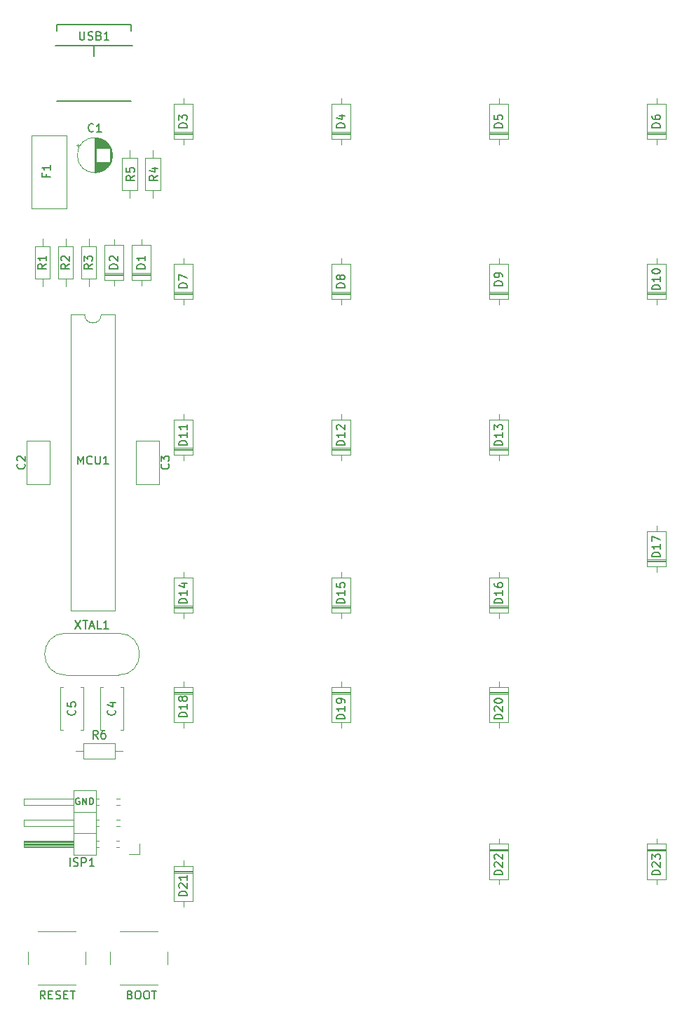
<source format=gto>
G04 #@! TF.GenerationSoftware,KiCad,Pcbnew,5.1.6-c6e7f7d~87~ubuntu18.04.1*
G04 #@! TF.CreationDate,2020-08-05T15:47:38+02:00*
G04 #@! TF.ProjectId,numpad,6e756d70-6164-42e6-9b69-6361645f7063,rev?*
G04 #@! TF.SameCoordinates,Original*
G04 #@! TF.FileFunction,Legend,Top*
G04 #@! TF.FilePolarity,Positive*
%FSLAX46Y46*%
G04 Gerber Fmt 4.6, Leading zero omitted, Abs format (unit mm)*
G04 Created by KiCad (PCBNEW 5.1.6-c6e7f7d~87~ubuntu18.04.1) date 2020-08-05 15:47:38*
%MOMM*%
%LPD*%
G01*
G04 APERTURE LIST*
%ADD10C,0.200000*%
%ADD11C,0.120000*%
%ADD12C,0.150000*%
%ADD13C,3.100000*%
%ADD14O,1.500000X1.500000*%
%ADD15C,1.500000*%
%ADD16O,0.750000X1.100000*%
%ADD17O,1.000000X2.500000*%
%ADD18O,1.000000X1.800000*%
%ADD19O,1.800000X1.800000*%
%ADD20R,1.800000X1.800000*%
%ADD21O,1.700000X1.700000*%
%ADD22R,1.700000X1.700000*%
%ADD23C,2.350000*%
%ADD24C,4.087800*%
%ADD25C,1.850000*%
%ADD26C,3.148000*%
%ADD27C,1.600000*%
%ADD28C,2.100000*%
%ADD29C,1.700000*%
%ADD30C,1.300000*%
%ADD31R,1.300000X1.300000*%
G04 APERTURE END LIST*
D10*
X89306476Y-133966000D02*
X89230285Y-133927904D01*
X89116000Y-133927904D01*
X89001714Y-133966000D01*
X88925523Y-134042190D01*
X88887428Y-134118380D01*
X88849333Y-134270761D01*
X88849333Y-134385047D01*
X88887428Y-134537428D01*
X88925523Y-134613619D01*
X89001714Y-134689809D01*
X89116000Y-134727904D01*
X89192190Y-134727904D01*
X89306476Y-134689809D01*
X89344571Y-134651714D01*
X89344571Y-134385047D01*
X89192190Y-134385047D01*
X89687428Y-134727904D02*
X89687428Y-133927904D01*
X90144571Y-134727904D01*
X90144571Y-133927904D01*
X90525523Y-134727904D02*
X90525523Y-133927904D01*
X90716000Y-133927904D01*
X90830285Y-133966000D01*
X90906476Y-134042190D01*
X90944571Y-134118380D01*
X90982666Y-134270761D01*
X90982666Y-134385047D01*
X90944571Y-134537428D01*
X90906476Y-134613619D01*
X90830285Y-134689809D01*
X90716000Y-134727904D01*
X90525523Y-134727904D01*
D11*
G04 #@! TO.C,R6*
X94564000Y-128270000D02*
X93614000Y-128270000D01*
X88824000Y-128270000D02*
X89774000Y-128270000D01*
X93614000Y-127350000D02*
X89774000Y-127350000D01*
X93614000Y-129190000D02*
X93614000Y-127350000D01*
X89774000Y-129190000D02*
X93614000Y-129190000D01*
X89774000Y-127350000D02*
X89774000Y-129190000D01*
G04 #@! TO.C,R5*
X95377000Y-55804000D02*
X95377000Y-56754000D01*
X95377000Y-61544000D02*
X95377000Y-60594000D01*
X94457000Y-56754000D02*
X94457000Y-60594000D01*
X96297000Y-56754000D02*
X94457000Y-56754000D01*
X96297000Y-60594000D02*
X96297000Y-56754000D01*
X94457000Y-60594000D02*
X96297000Y-60594000D01*
G04 #@! TO.C,R4*
X98171000Y-55804000D02*
X98171000Y-56754000D01*
X98171000Y-61544000D02*
X98171000Y-60594000D01*
X97251000Y-56754000D02*
X97251000Y-60594000D01*
X99091000Y-56754000D02*
X97251000Y-56754000D01*
X99091000Y-60594000D02*
X99091000Y-56754000D01*
X97251000Y-60594000D02*
X99091000Y-60594000D01*
G04 #@! TO.C,R3*
X90424000Y-66472000D02*
X90424000Y-67422000D01*
X90424000Y-72212000D02*
X90424000Y-71262000D01*
X89504000Y-67422000D02*
X89504000Y-71262000D01*
X91344000Y-67422000D02*
X89504000Y-67422000D01*
X91344000Y-71262000D02*
X91344000Y-67422000D01*
X89504000Y-71262000D02*
X91344000Y-71262000D01*
G04 #@! TO.C,R2*
X87630000Y-66472000D02*
X87630000Y-67422000D01*
X87630000Y-72212000D02*
X87630000Y-71262000D01*
X86710000Y-67422000D02*
X86710000Y-71262000D01*
X88550000Y-67422000D02*
X86710000Y-67422000D01*
X88550000Y-71262000D02*
X88550000Y-67422000D01*
X86710000Y-71262000D02*
X88550000Y-71262000D01*
G04 #@! TO.C,R1*
X84836000Y-66472000D02*
X84836000Y-67422000D01*
X84836000Y-72212000D02*
X84836000Y-71262000D01*
X83916000Y-67422000D02*
X83916000Y-71262000D01*
X85756000Y-67422000D02*
X83916000Y-67422000D01*
X85756000Y-71262000D02*
X85756000Y-67422000D01*
X83916000Y-71262000D02*
X85756000Y-71262000D01*
D12*
G04 #@! TO.C,USB1*
X91059000Y-43180000D02*
X91059000Y-44450000D01*
X95534000Y-40670000D02*
X95539000Y-41430000D01*
X95534000Y-40670000D02*
X86584000Y-40670000D01*
X86579000Y-41430000D02*
X86584000Y-40670000D01*
X95534000Y-49840000D02*
X86584000Y-49840000D01*
X95684000Y-43180000D02*
X86434000Y-43180000D01*
D11*
G04 #@! TO.C,ISP1*
X91270000Y-140776000D02*
X91270000Y-133036000D01*
X91270000Y-133036000D02*
X88610000Y-133036000D01*
X88610000Y-133036000D02*
X88610000Y-140776000D01*
X88610000Y-140776000D02*
X91270000Y-140776000D01*
X88610000Y-139826000D02*
X82610000Y-139826000D01*
X82610000Y-139826000D02*
X82610000Y-139066000D01*
X82610000Y-139066000D02*
X88610000Y-139066000D01*
X88610000Y-139766000D02*
X82610000Y-139766000D01*
X88610000Y-139646000D02*
X82610000Y-139646000D01*
X88610000Y-139526000D02*
X82610000Y-139526000D01*
X88610000Y-139406000D02*
X82610000Y-139406000D01*
X88610000Y-139286000D02*
X82610000Y-139286000D01*
X88610000Y-139166000D02*
X82610000Y-139166000D01*
X91667071Y-139826000D02*
X91270000Y-139826000D01*
X91667071Y-139066000D02*
X91270000Y-139066000D01*
X94140000Y-139826000D02*
X93752929Y-139826000D01*
X94140000Y-139066000D02*
X93752929Y-139066000D01*
X91270000Y-138176000D02*
X88610000Y-138176000D01*
X88610000Y-137286000D02*
X82610000Y-137286000D01*
X82610000Y-137286000D02*
X82610000Y-136526000D01*
X82610000Y-136526000D02*
X88610000Y-136526000D01*
X91667071Y-137286000D02*
X91270000Y-137286000D01*
X91667071Y-136526000D02*
X91270000Y-136526000D01*
X94207071Y-137286000D02*
X93752929Y-137286000D01*
X94207071Y-136526000D02*
X93752929Y-136526000D01*
X91270000Y-135636000D02*
X88610000Y-135636000D01*
X88610000Y-134746000D02*
X82610000Y-134746000D01*
X82610000Y-134746000D02*
X82610000Y-133986000D01*
X82610000Y-133986000D02*
X88610000Y-133986000D01*
X91667071Y-134746000D02*
X91270000Y-134746000D01*
X91667071Y-133986000D02*
X91270000Y-133986000D01*
X94207071Y-134746000D02*
X93752929Y-134746000D01*
X94207071Y-133986000D02*
X93752929Y-133986000D01*
X96520000Y-139446000D02*
X96520000Y-140716000D01*
X96520000Y-140716000D02*
X95250000Y-140716000D01*
G04 #@! TO.C,D19*
X122024000Y-121162000D02*
X119784000Y-121162000D01*
X122024000Y-121402000D02*
X119784000Y-121402000D01*
X122024000Y-121282000D02*
X119784000Y-121282000D01*
X120904000Y-125452000D02*
X120904000Y-124802000D01*
X120904000Y-119912000D02*
X120904000Y-120562000D01*
X122024000Y-124802000D02*
X122024000Y-120562000D01*
X119784000Y-124802000D02*
X122024000Y-124802000D01*
X119784000Y-120562000D02*
X119784000Y-124802000D01*
X122024000Y-120562000D02*
X119784000Y-120562000D01*
G04 #@! TO.C,D23*
X160124000Y-139485000D02*
X157884000Y-139485000D01*
X157884000Y-139485000D02*
X157884000Y-143725000D01*
X157884000Y-143725000D02*
X160124000Y-143725000D01*
X160124000Y-143725000D02*
X160124000Y-139485000D01*
X159004000Y-138835000D02*
X159004000Y-139485000D01*
X159004000Y-144375000D02*
X159004000Y-143725000D01*
X160124000Y-140205000D02*
X157884000Y-140205000D01*
X160124000Y-140325000D02*
X157884000Y-140325000D01*
X160124000Y-140085000D02*
X157884000Y-140085000D01*
G04 #@! TO.C,D22*
X141074000Y-139485000D02*
X138834000Y-139485000D01*
X138834000Y-139485000D02*
X138834000Y-143725000D01*
X138834000Y-143725000D02*
X141074000Y-143725000D01*
X141074000Y-143725000D02*
X141074000Y-139485000D01*
X139954000Y-138835000D02*
X139954000Y-139485000D01*
X139954000Y-144375000D02*
X139954000Y-143725000D01*
X141074000Y-140205000D02*
X138834000Y-140205000D01*
X141074000Y-140325000D02*
X138834000Y-140325000D01*
X141074000Y-140085000D02*
X138834000Y-140085000D01*
G04 #@! TO.C,D21*
X102974000Y-142152000D02*
X100734000Y-142152000D01*
X100734000Y-142152000D02*
X100734000Y-146392000D01*
X100734000Y-146392000D02*
X102974000Y-146392000D01*
X102974000Y-146392000D02*
X102974000Y-142152000D01*
X101854000Y-141502000D02*
X101854000Y-142152000D01*
X101854000Y-147042000D02*
X101854000Y-146392000D01*
X102974000Y-142872000D02*
X100734000Y-142872000D01*
X102974000Y-142992000D02*
X100734000Y-142992000D01*
X102974000Y-142752000D02*
X100734000Y-142752000D01*
G04 #@! TO.C,D17*
X157884000Y-106006000D02*
X160124000Y-106006000D01*
X160124000Y-106006000D02*
X160124000Y-101766000D01*
X160124000Y-101766000D02*
X157884000Y-101766000D01*
X157884000Y-101766000D02*
X157884000Y-106006000D01*
X159004000Y-106656000D02*
X159004000Y-106006000D01*
X159004000Y-101116000D02*
X159004000Y-101766000D01*
X157884000Y-105286000D02*
X160124000Y-105286000D01*
X157884000Y-105166000D02*
X160124000Y-105166000D01*
X157884000Y-105406000D02*
X160124000Y-105406000D01*
G04 #@! TO.C,MCU1*
X89932000Y-75632000D02*
X88282000Y-75632000D01*
X88282000Y-75632000D02*
X88282000Y-111312000D01*
X88282000Y-111312000D02*
X93582000Y-111312000D01*
X93582000Y-111312000D02*
X93582000Y-75632000D01*
X93582000Y-75632000D02*
X91932000Y-75632000D01*
X91932000Y-75632000D02*
G75*
G02*
X89932000Y-75632000I-1000000J0D01*
G01*
G04 #@! TO.C,XTAL1*
X87632000Y-119111000D02*
X94032000Y-119111000D01*
X87632000Y-114061000D02*
X94032000Y-114061000D01*
X94032000Y-119111000D02*
G75*
G03*
X94032000Y-114061000I0J2525000D01*
G01*
X87632000Y-119111000D02*
G75*
G02*
X87632000Y-114061000I0J2525000D01*
G01*
G04 #@! TO.C,BOOT*
X99968000Y-154003000D02*
X99968000Y-152503000D01*
X98718000Y-150003000D02*
X94218000Y-150003000D01*
X92968000Y-152503000D02*
X92968000Y-154003000D01*
X94218000Y-156503000D02*
X98718000Y-156503000D01*
G04 #@! TO.C,RESET*
X90062000Y-154003000D02*
X90062000Y-152503000D01*
X88812000Y-150003000D02*
X84312000Y-150003000D01*
X83062000Y-152503000D02*
X83062000Y-154003000D01*
X84312000Y-156503000D02*
X88812000Y-156503000D01*
G04 #@! TO.C,F1*
X87718000Y-54050000D02*
X87718000Y-62790000D01*
X87718000Y-54050000D02*
X83478000Y-54050000D01*
X83478000Y-62790000D02*
X87718000Y-62790000D01*
X83478000Y-62790000D02*
X83478000Y-54050000D01*
G04 #@! TO.C,D20*
X141074000Y-121162000D02*
X138834000Y-121162000D01*
X141074000Y-121402000D02*
X138834000Y-121402000D01*
X141074000Y-121282000D02*
X138834000Y-121282000D01*
X139954000Y-125452000D02*
X139954000Y-124802000D01*
X139954000Y-119912000D02*
X139954000Y-120562000D01*
X141074000Y-124802000D02*
X141074000Y-120562000D01*
X138834000Y-124802000D02*
X141074000Y-124802000D01*
X138834000Y-120562000D02*
X138834000Y-124802000D01*
X141074000Y-120562000D02*
X138834000Y-120562000D01*
G04 #@! TO.C,D18*
X102974000Y-121162000D02*
X100734000Y-121162000D01*
X102974000Y-121402000D02*
X100734000Y-121402000D01*
X102974000Y-121282000D02*
X100734000Y-121282000D01*
X101854000Y-125452000D02*
X101854000Y-124802000D01*
X101854000Y-119912000D02*
X101854000Y-120562000D01*
X102974000Y-124802000D02*
X102974000Y-120562000D01*
X100734000Y-124802000D02*
X102974000Y-124802000D01*
X100734000Y-120562000D02*
X100734000Y-124802000D01*
X102974000Y-120562000D02*
X100734000Y-120562000D01*
G04 #@! TO.C,D16*
X138834000Y-110994000D02*
X141074000Y-110994000D01*
X138834000Y-110754000D02*
X141074000Y-110754000D01*
X138834000Y-110874000D02*
X141074000Y-110874000D01*
X139954000Y-106704000D02*
X139954000Y-107354000D01*
X139954000Y-112244000D02*
X139954000Y-111594000D01*
X138834000Y-107354000D02*
X138834000Y-111594000D01*
X141074000Y-107354000D02*
X138834000Y-107354000D01*
X141074000Y-111594000D02*
X141074000Y-107354000D01*
X138834000Y-111594000D02*
X141074000Y-111594000D01*
G04 #@! TO.C,D15*
X119784000Y-110994000D02*
X122024000Y-110994000D01*
X119784000Y-110754000D02*
X122024000Y-110754000D01*
X119784000Y-110874000D02*
X122024000Y-110874000D01*
X120904000Y-106704000D02*
X120904000Y-107354000D01*
X120904000Y-112244000D02*
X120904000Y-111594000D01*
X119784000Y-107354000D02*
X119784000Y-111594000D01*
X122024000Y-107354000D02*
X119784000Y-107354000D01*
X122024000Y-111594000D02*
X122024000Y-107354000D01*
X119784000Y-111594000D02*
X122024000Y-111594000D01*
G04 #@! TO.C,D14*
X100734000Y-110994000D02*
X102974000Y-110994000D01*
X100734000Y-110754000D02*
X102974000Y-110754000D01*
X100734000Y-110874000D02*
X102974000Y-110874000D01*
X101854000Y-106704000D02*
X101854000Y-107354000D01*
X101854000Y-112244000D02*
X101854000Y-111594000D01*
X100734000Y-107354000D02*
X100734000Y-111594000D01*
X102974000Y-107354000D02*
X100734000Y-107354000D01*
X102974000Y-111594000D02*
X102974000Y-107354000D01*
X100734000Y-111594000D02*
X102974000Y-111594000D01*
G04 #@! TO.C,D13*
X138834000Y-91944000D02*
X141074000Y-91944000D01*
X138834000Y-91704000D02*
X141074000Y-91704000D01*
X138834000Y-91824000D02*
X141074000Y-91824000D01*
X139954000Y-87654000D02*
X139954000Y-88304000D01*
X139954000Y-93194000D02*
X139954000Y-92544000D01*
X138834000Y-88304000D02*
X138834000Y-92544000D01*
X141074000Y-88304000D02*
X138834000Y-88304000D01*
X141074000Y-92544000D02*
X141074000Y-88304000D01*
X138834000Y-92544000D02*
X141074000Y-92544000D01*
G04 #@! TO.C,D12*
X119784000Y-91944000D02*
X122024000Y-91944000D01*
X119784000Y-91704000D02*
X122024000Y-91704000D01*
X119784000Y-91824000D02*
X122024000Y-91824000D01*
X120904000Y-87654000D02*
X120904000Y-88304000D01*
X120904000Y-93194000D02*
X120904000Y-92544000D01*
X119784000Y-88304000D02*
X119784000Y-92544000D01*
X122024000Y-88304000D02*
X119784000Y-88304000D01*
X122024000Y-92544000D02*
X122024000Y-88304000D01*
X119784000Y-92544000D02*
X122024000Y-92544000D01*
G04 #@! TO.C,D11*
X100734000Y-91944000D02*
X102974000Y-91944000D01*
X100734000Y-91704000D02*
X102974000Y-91704000D01*
X100734000Y-91824000D02*
X102974000Y-91824000D01*
X101854000Y-87654000D02*
X101854000Y-88304000D01*
X101854000Y-93194000D02*
X101854000Y-92544000D01*
X100734000Y-88304000D02*
X100734000Y-92544000D01*
X102974000Y-88304000D02*
X100734000Y-88304000D01*
X102974000Y-92544000D02*
X102974000Y-88304000D01*
X100734000Y-92544000D02*
X102974000Y-92544000D01*
G04 #@! TO.C,D10*
X157884000Y-73148000D02*
X160124000Y-73148000D01*
X157884000Y-72908000D02*
X160124000Y-72908000D01*
X157884000Y-73028000D02*
X160124000Y-73028000D01*
X159004000Y-68858000D02*
X159004000Y-69508000D01*
X159004000Y-74398000D02*
X159004000Y-73748000D01*
X157884000Y-69508000D02*
X157884000Y-73748000D01*
X160124000Y-69508000D02*
X157884000Y-69508000D01*
X160124000Y-73748000D02*
X160124000Y-69508000D01*
X157884000Y-73748000D02*
X160124000Y-73748000D01*
G04 #@! TO.C,D9*
X138834000Y-73148000D02*
X141074000Y-73148000D01*
X138834000Y-72908000D02*
X141074000Y-72908000D01*
X138834000Y-73028000D02*
X141074000Y-73028000D01*
X139954000Y-68858000D02*
X139954000Y-69508000D01*
X139954000Y-74398000D02*
X139954000Y-73748000D01*
X138834000Y-69508000D02*
X138834000Y-73748000D01*
X141074000Y-69508000D02*
X138834000Y-69508000D01*
X141074000Y-73748000D02*
X141074000Y-69508000D01*
X138834000Y-73748000D02*
X141074000Y-73748000D01*
G04 #@! TO.C,D8*
X119784000Y-73148000D02*
X122024000Y-73148000D01*
X119784000Y-72908000D02*
X122024000Y-72908000D01*
X119784000Y-73028000D02*
X122024000Y-73028000D01*
X120904000Y-68858000D02*
X120904000Y-69508000D01*
X120904000Y-74398000D02*
X120904000Y-73748000D01*
X119784000Y-69508000D02*
X119784000Y-73748000D01*
X122024000Y-69508000D02*
X119784000Y-69508000D01*
X122024000Y-73748000D02*
X122024000Y-69508000D01*
X119784000Y-73748000D02*
X122024000Y-73748000D01*
G04 #@! TO.C,D7*
X100734000Y-73148000D02*
X102974000Y-73148000D01*
X100734000Y-72908000D02*
X102974000Y-72908000D01*
X100734000Y-73028000D02*
X102974000Y-73028000D01*
X101854000Y-68858000D02*
X101854000Y-69508000D01*
X101854000Y-74398000D02*
X101854000Y-73748000D01*
X100734000Y-69508000D02*
X100734000Y-73748000D01*
X102974000Y-69508000D02*
X100734000Y-69508000D01*
X102974000Y-73748000D02*
X102974000Y-69508000D01*
X100734000Y-73748000D02*
X102974000Y-73748000D01*
G04 #@! TO.C,D6*
X157884000Y-53844000D02*
X160124000Y-53844000D01*
X157884000Y-53604000D02*
X160124000Y-53604000D01*
X157884000Y-53724000D02*
X160124000Y-53724000D01*
X159004000Y-49554000D02*
X159004000Y-50204000D01*
X159004000Y-55094000D02*
X159004000Y-54444000D01*
X157884000Y-50204000D02*
X157884000Y-54444000D01*
X160124000Y-50204000D02*
X157884000Y-50204000D01*
X160124000Y-54444000D02*
X160124000Y-50204000D01*
X157884000Y-54444000D02*
X160124000Y-54444000D01*
G04 #@! TO.C,D5*
X138834000Y-53844000D02*
X141074000Y-53844000D01*
X138834000Y-53604000D02*
X141074000Y-53604000D01*
X138834000Y-53724000D02*
X141074000Y-53724000D01*
X139954000Y-49554000D02*
X139954000Y-50204000D01*
X139954000Y-55094000D02*
X139954000Y-54444000D01*
X138834000Y-50204000D02*
X138834000Y-54444000D01*
X141074000Y-50204000D02*
X138834000Y-50204000D01*
X141074000Y-54444000D02*
X141074000Y-50204000D01*
X138834000Y-54444000D02*
X141074000Y-54444000D01*
G04 #@! TO.C,D4*
X119784000Y-53844000D02*
X122024000Y-53844000D01*
X119784000Y-53604000D02*
X122024000Y-53604000D01*
X119784000Y-53724000D02*
X122024000Y-53724000D01*
X120904000Y-49554000D02*
X120904000Y-50204000D01*
X120904000Y-55094000D02*
X120904000Y-54444000D01*
X119784000Y-50204000D02*
X119784000Y-54444000D01*
X122024000Y-50204000D02*
X119784000Y-50204000D01*
X122024000Y-54444000D02*
X122024000Y-50204000D01*
X119784000Y-54444000D02*
X122024000Y-54444000D01*
G04 #@! TO.C,D3*
X100734000Y-53844000D02*
X102974000Y-53844000D01*
X100734000Y-53604000D02*
X102974000Y-53604000D01*
X100734000Y-53724000D02*
X102974000Y-53724000D01*
X101854000Y-49554000D02*
X101854000Y-50204000D01*
X101854000Y-55094000D02*
X101854000Y-54444000D01*
X100734000Y-50204000D02*
X100734000Y-54444000D01*
X102974000Y-50204000D02*
X100734000Y-50204000D01*
X102974000Y-54444000D02*
X102974000Y-50204000D01*
X100734000Y-54444000D02*
X102974000Y-54444000D01*
G04 #@! TO.C,D2*
X92352000Y-70862000D02*
X94592000Y-70862000D01*
X92352000Y-70622000D02*
X94592000Y-70622000D01*
X92352000Y-70742000D02*
X94592000Y-70742000D01*
X93472000Y-66572000D02*
X93472000Y-67222000D01*
X93472000Y-72112000D02*
X93472000Y-71462000D01*
X92352000Y-67222000D02*
X92352000Y-71462000D01*
X94592000Y-67222000D02*
X92352000Y-67222000D01*
X94592000Y-71462000D02*
X94592000Y-67222000D01*
X92352000Y-71462000D02*
X94592000Y-71462000D01*
G04 #@! TO.C,D1*
X95654000Y-70862000D02*
X97894000Y-70862000D01*
X95654000Y-70622000D02*
X97894000Y-70622000D01*
X95654000Y-70742000D02*
X97894000Y-70742000D01*
X96774000Y-66572000D02*
X96774000Y-67222000D01*
X96774000Y-72112000D02*
X96774000Y-71462000D01*
X95654000Y-67222000D02*
X95654000Y-71462000D01*
X97894000Y-67222000D02*
X95654000Y-67222000D01*
X97894000Y-71462000D02*
X97894000Y-67222000D01*
X95654000Y-71462000D02*
X97894000Y-71462000D01*
G04 #@! TO.C,C5*
X87337000Y-125770000D02*
X87022000Y-125770000D01*
X89762000Y-125770000D02*
X89447000Y-125770000D01*
X87337000Y-120530000D02*
X87022000Y-120530000D01*
X89762000Y-120530000D02*
X89447000Y-120530000D01*
X87022000Y-120530000D02*
X87022000Y-125770000D01*
X89762000Y-120530000D02*
X89762000Y-125770000D01*
G04 #@! TO.C,C4*
X92163000Y-125770000D02*
X91848000Y-125770000D01*
X94588000Y-125770000D02*
X94273000Y-125770000D01*
X92163000Y-120530000D02*
X91848000Y-120530000D01*
X94588000Y-120530000D02*
X94273000Y-120530000D01*
X91848000Y-120530000D02*
X91848000Y-125770000D01*
X94588000Y-120530000D02*
X94588000Y-125770000D01*
G04 #@! TO.C,C3*
X96166000Y-90872000D02*
X98906000Y-90872000D01*
X96166000Y-96112000D02*
X98906000Y-96112000D01*
X98906000Y-96112000D02*
X98906000Y-90872000D01*
X96166000Y-96112000D02*
X96166000Y-90872000D01*
G04 #@! TO.C,C2*
X85698000Y-96072000D02*
X82958000Y-96072000D01*
X85698000Y-90832000D02*
X82958000Y-90832000D01*
X82958000Y-90832000D02*
X82958000Y-96072000D01*
X85698000Y-90832000D02*
X85698000Y-96072000D01*
G04 #@! TO.C,C1*
X89100199Y-54993000D02*
X89100199Y-55393000D01*
X88900199Y-55193000D02*
X89300199Y-55193000D01*
X93251000Y-56018000D02*
X93251000Y-56758000D01*
X93211000Y-55851000D02*
X93211000Y-56925000D01*
X93171000Y-55724000D02*
X93171000Y-57052000D01*
X93131000Y-55620000D02*
X93131000Y-57156000D01*
X93091000Y-55529000D02*
X93091000Y-57247000D01*
X93051000Y-55448000D02*
X93051000Y-57328000D01*
X93011000Y-55375000D02*
X93011000Y-57401000D01*
X92971000Y-57228000D02*
X92971000Y-57468000D01*
X92971000Y-55308000D02*
X92971000Y-55548000D01*
X92931000Y-57228000D02*
X92931000Y-57530000D01*
X92931000Y-55246000D02*
X92931000Y-55548000D01*
X92891000Y-57228000D02*
X92891000Y-57588000D01*
X92891000Y-55188000D02*
X92891000Y-55548000D01*
X92851000Y-57228000D02*
X92851000Y-57642000D01*
X92851000Y-55134000D02*
X92851000Y-55548000D01*
X92811000Y-57228000D02*
X92811000Y-57692000D01*
X92811000Y-55084000D02*
X92811000Y-55548000D01*
X92771000Y-57228000D02*
X92771000Y-57739000D01*
X92771000Y-55037000D02*
X92771000Y-55548000D01*
X92731000Y-57228000D02*
X92731000Y-57784000D01*
X92731000Y-54992000D02*
X92731000Y-55548000D01*
X92691000Y-57228000D02*
X92691000Y-57826000D01*
X92691000Y-54950000D02*
X92691000Y-55548000D01*
X92651000Y-57228000D02*
X92651000Y-57866000D01*
X92651000Y-54910000D02*
X92651000Y-55548000D01*
X92611000Y-57228000D02*
X92611000Y-57904000D01*
X92611000Y-54872000D02*
X92611000Y-55548000D01*
X92571000Y-57228000D02*
X92571000Y-57940000D01*
X92571000Y-54836000D02*
X92571000Y-55548000D01*
X92531000Y-57228000D02*
X92531000Y-57975000D01*
X92531000Y-54801000D02*
X92531000Y-55548000D01*
X92491000Y-57228000D02*
X92491000Y-58007000D01*
X92491000Y-54769000D02*
X92491000Y-55548000D01*
X92451000Y-57228000D02*
X92451000Y-58038000D01*
X92451000Y-54738000D02*
X92451000Y-55548000D01*
X92411000Y-57228000D02*
X92411000Y-58068000D01*
X92411000Y-54708000D02*
X92411000Y-55548000D01*
X92371000Y-57228000D02*
X92371000Y-58096000D01*
X92371000Y-54680000D02*
X92371000Y-55548000D01*
X92331000Y-57228000D02*
X92331000Y-58123000D01*
X92331000Y-54653000D02*
X92331000Y-55548000D01*
X92291000Y-57228000D02*
X92291000Y-58148000D01*
X92291000Y-54628000D02*
X92291000Y-55548000D01*
X92251000Y-57228000D02*
X92251000Y-58173000D01*
X92251000Y-54603000D02*
X92251000Y-55548000D01*
X92211000Y-57228000D02*
X92211000Y-58196000D01*
X92211000Y-54580000D02*
X92211000Y-55548000D01*
X92171000Y-57228000D02*
X92171000Y-58218000D01*
X92171000Y-54558000D02*
X92171000Y-55548000D01*
X92131000Y-57228000D02*
X92131000Y-58239000D01*
X92131000Y-54537000D02*
X92131000Y-55548000D01*
X92091000Y-57228000D02*
X92091000Y-58258000D01*
X92091000Y-54518000D02*
X92091000Y-55548000D01*
X92051000Y-57228000D02*
X92051000Y-58277000D01*
X92051000Y-54499000D02*
X92051000Y-55548000D01*
X92011000Y-57228000D02*
X92011000Y-58295000D01*
X92011000Y-54481000D02*
X92011000Y-55548000D01*
X91971000Y-57228000D02*
X91971000Y-58312000D01*
X91971000Y-54464000D02*
X91971000Y-55548000D01*
X91931000Y-57228000D02*
X91931000Y-58328000D01*
X91931000Y-54448000D02*
X91931000Y-55548000D01*
X91891000Y-57228000D02*
X91891000Y-58342000D01*
X91891000Y-54434000D02*
X91891000Y-55548000D01*
X91850000Y-57228000D02*
X91850000Y-58356000D01*
X91850000Y-54420000D02*
X91850000Y-55548000D01*
X91810000Y-57228000D02*
X91810000Y-58370000D01*
X91810000Y-54406000D02*
X91810000Y-55548000D01*
X91770000Y-57228000D02*
X91770000Y-58382000D01*
X91770000Y-54394000D02*
X91770000Y-55548000D01*
X91730000Y-57228000D02*
X91730000Y-58393000D01*
X91730000Y-54383000D02*
X91730000Y-55548000D01*
X91690000Y-57228000D02*
X91690000Y-58404000D01*
X91690000Y-54372000D02*
X91690000Y-55548000D01*
X91650000Y-57228000D02*
X91650000Y-58413000D01*
X91650000Y-54363000D02*
X91650000Y-55548000D01*
X91610000Y-57228000D02*
X91610000Y-58422000D01*
X91610000Y-54354000D02*
X91610000Y-55548000D01*
X91570000Y-57228000D02*
X91570000Y-58430000D01*
X91570000Y-54346000D02*
X91570000Y-55548000D01*
X91530000Y-57228000D02*
X91530000Y-58438000D01*
X91530000Y-54338000D02*
X91530000Y-55548000D01*
X91490000Y-57228000D02*
X91490000Y-58444000D01*
X91490000Y-54332000D02*
X91490000Y-55548000D01*
X91450000Y-57228000D02*
X91450000Y-58450000D01*
X91450000Y-54326000D02*
X91450000Y-55548000D01*
X91410000Y-57228000D02*
X91410000Y-58455000D01*
X91410000Y-54321000D02*
X91410000Y-55548000D01*
X91370000Y-57228000D02*
X91370000Y-58459000D01*
X91370000Y-54317000D02*
X91370000Y-55548000D01*
X91330000Y-54314000D02*
X91330000Y-58462000D01*
X91290000Y-54311000D02*
X91290000Y-58465000D01*
X91250000Y-54309000D02*
X91250000Y-58467000D01*
X91210000Y-54308000D02*
X91210000Y-58468000D01*
X91170000Y-54308000D02*
X91170000Y-58468000D01*
X93290000Y-56388000D02*
G75*
G03*
X93290000Y-56388000I-2120000J0D01*
G01*
G04 #@! TO.C,R6*
D12*
X91527333Y-126802380D02*
X91194000Y-126326190D01*
X90955904Y-126802380D02*
X90955904Y-125802380D01*
X91336857Y-125802380D01*
X91432095Y-125850000D01*
X91479714Y-125897619D01*
X91527333Y-125992857D01*
X91527333Y-126135714D01*
X91479714Y-126230952D01*
X91432095Y-126278571D01*
X91336857Y-126326190D01*
X90955904Y-126326190D01*
X92384476Y-125802380D02*
X92194000Y-125802380D01*
X92098761Y-125850000D01*
X92051142Y-125897619D01*
X91955904Y-126040476D01*
X91908285Y-126230952D01*
X91908285Y-126611904D01*
X91955904Y-126707142D01*
X92003523Y-126754761D01*
X92098761Y-126802380D01*
X92289238Y-126802380D01*
X92384476Y-126754761D01*
X92432095Y-126707142D01*
X92479714Y-126611904D01*
X92479714Y-126373809D01*
X92432095Y-126278571D01*
X92384476Y-126230952D01*
X92289238Y-126183333D01*
X92098761Y-126183333D01*
X92003523Y-126230952D01*
X91955904Y-126278571D01*
X91908285Y-126373809D01*
G04 #@! TO.C,R5*
X95956380Y-58840666D02*
X95480190Y-59174000D01*
X95956380Y-59412095D02*
X94956380Y-59412095D01*
X94956380Y-59031142D01*
X95004000Y-58935904D01*
X95051619Y-58888285D01*
X95146857Y-58840666D01*
X95289714Y-58840666D01*
X95384952Y-58888285D01*
X95432571Y-58935904D01*
X95480190Y-59031142D01*
X95480190Y-59412095D01*
X94956380Y-57935904D02*
X94956380Y-58412095D01*
X95432571Y-58459714D01*
X95384952Y-58412095D01*
X95337333Y-58316857D01*
X95337333Y-58078761D01*
X95384952Y-57983523D01*
X95432571Y-57935904D01*
X95527809Y-57888285D01*
X95765904Y-57888285D01*
X95861142Y-57935904D01*
X95908761Y-57983523D01*
X95956380Y-58078761D01*
X95956380Y-58316857D01*
X95908761Y-58412095D01*
X95861142Y-58459714D01*
G04 #@! TO.C,R4*
X98750380Y-58840666D02*
X98274190Y-59174000D01*
X98750380Y-59412095D02*
X97750380Y-59412095D01*
X97750380Y-59031142D01*
X97798000Y-58935904D01*
X97845619Y-58888285D01*
X97940857Y-58840666D01*
X98083714Y-58840666D01*
X98178952Y-58888285D01*
X98226571Y-58935904D01*
X98274190Y-59031142D01*
X98274190Y-59412095D01*
X98083714Y-57983523D02*
X98750380Y-57983523D01*
X97702761Y-58221619D02*
X98417047Y-58459714D01*
X98417047Y-57840666D01*
G04 #@! TO.C,R3*
X90876380Y-69508666D02*
X90400190Y-69842000D01*
X90876380Y-70080095D02*
X89876380Y-70080095D01*
X89876380Y-69699142D01*
X89924000Y-69603904D01*
X89971619Y-69556285D01*
X90066857Y-69508666D01*
X90209714Y-69508666D01*
X90304952Y-69556285D01*
X90352571Y-69603904D01*
X90400190Y-69699142D01*
X90400190Y-70080095D01*
X89876380Y-69175333D02*
X89876380Y-68556285D01*
X90257333Y-68889619D01*
X90257333Y-68746761D01*
X90304952Y-68651523D01*
X90352571Y-68603904D01*
X90447809Y-68556285D01*
X90685904Y-68556285D01*
X90781142Y-68603904D01*
X90828761Y-68651523D01*
X90876380Y-68746761D01*
X90876380Y-69032476D01*
X90828761Y-69127714D01*
X90781142Y-69175333D01*
G04 #@! TO.C,R2*
X88082380Y-69508666D02*
X87606190Y-69842000D01*
X88082380Y-70080095D02*
X87082380Y-70080095D01*
X87082380Y-69699142D01*
X87130000Y-69603904D01*
X87177619Y-69556285D01*
X87272857Y-69508666D01*
X87415714Y-69508666D01*
X87510952Y-69556285D01*
X87558571Y-69603904D01*
X87606190Y-69699142D01*
X87606190Y-70080095D01*
X87177619Y-69127714D02*
X87130000Y-69080095D01*
X87082380Y-68984857D01*
X87082380Y-68746761D01*
X87130000Y-68651523D01*
X87177619Y-68603904D01*
X87272857Y-68556285D01*
X87368095Y-68556285D01*
X87510952Y-68603904D01*
X88082380Y-69175333D01*
X88082380Y-68556285D01*
G04 #@! TO.C,R1*
X85288380Y-69508666D02*
X84812190Y-69842000D01*
X85288380Y-70080095D02*
X84288380Y-70080095D01*
X84288380Y-69699142D01*
X84336000Y-69603904D01*
X84383619Y-69556285D01*
X84478857Y-69508666D01*
X84621714Y-69508666D01*
X84716952Y-69556285D01*
X84764571Y-69603904D01*
X84812190Y-69699142D01*
X84812190Y-70080095D01*
X85288380Y-68556285D02*
X85288380Y-69127714D01*
X85288380Y-68842000D02*
X84288380Y-68842000D01*
X84431238Y-68937238D01*
X84526476Y-69032476D01*
X84574095Y-69127714D01*
G04 #@! TO.C,USB1*
X89338402Y-41495010D02*
X89338402Y-42304534D01*
X89386021Y-42399772D01*
X89433640Y-42447391D01*
X89528878Y-42495010D01*
X89719355Y-42495010D01*
X89814593Y-42447391D01*
X89862212Y-42399772D01*
X89909831Y-42304534D01*
X89909831Y-41495010D01*
X90338402Y-42447391D02*
X90481259Y-42495010D01*
X90719355Y-42495010D01*
X90814593Y-42447391D01*
X90862212Y-42399772D01*
X90909831Y-42304534D01*
X90909831Y-42209296D01*
X90862212Y-42114058D01*
X90814593Y-42066439D01*
X90719355Y-42018820D01*
X90528878Y-41971201D01*
X90433640Y-41923582D01*
X90386021Y-41875963D01*
X90338402Y-41780725D01*
X90338402Y-41685487D01*
X90386021Y-41590249D01*
X90433640Y-41542630D01*
X90528878Y-41495010D01*
X90766974Y-41495010D01*
X90909831Y-41542630D01*
X91671736Y-41971201D02*
X91814593Y-42018820D01*
X91862212Y-42066439D01*
X91909831Y-42161677D01*
X91909831Y-42304534D01*
X91862212Y-42399772D01*
X91814593Y-42447391D01*
X91719355Y-42495010D01*
X91338402Y-42495010D01*
X91338402Y-41495010D01*
X91671736Y-41495010D01*
X91766974Y-41542630D01*
X91814593Y-41590249D01*
X91862212Y-41685487D01*
X91862212Y-41780725D01*
X91814593Y-41875963D01*
X91766974Y-41923582D01*
X91671736Y-41971201D01*
X91338402Y-41971201D01*
X92862212Y-42495010D02*
X92290783Y-42495010D01*
X92576498Y-42495010D02*
X92576498Y-41495010D01*
X92481259Y-41637868D01*
X92386021Y-41733106D01*
X92290783Y-41780725D01*
G04 #@! TO.C,ISP1*
X88142619Y-142168380D02*
X88142619Y-141168380D01*
X88571190Y-142120761D02*
X88714047Y-142168380D01*
X88952142Y-142168380D01*
X89047380Y-142120761D01*
X89095000Y-142073142D01*
X89142619Y-141977904D01*
X89142619Y-141882666D01*
X89095000Y-141787428D01*
X89047380Y-141739809D01*
X88952142Y-141692190D01*
X88761666Y-141644571D01*
X88666428Y-141596952D01*
X88618809Y-141549333D01*
X88571190Y-141454095D01*
X88571190Y-141358857D01*
X88618809Y-141263619D01*
X88666428Y-141216000D01*
X88761666Y-141168380D01*
X88999761Y-141168380D01*
X89142619Y-141216000D01*
X89571190Y-142168380D02*
X89571190Y-141168380D01*
X89952142Y-141168380D01*
X90047380Y-141216000D01*
X90095000Y-141263619D01*
X90142619Y-141358857D01*
X90142619Y-141501714D01*
X90095000Y-141596952D01*
X90047380Y-141644571D01*
X89952142Y-141692190D01*
X89571190Y-141692190D01*
X91095000Y-142168380D02*
X90523571Y-142168380D01*
X90809285Y-142168380D02*
X90809285Y-141168380D01*
X90714047Y-141311238D01*
X90618809Y-141406476D01*
X90523571Y-141454095D01*
G04 #@! TO.C,D19*
X121356380Y-124404285D02*
X120356380Y-124404285D01*
X120356380Y-124166190D01*
X120404000Y-124023333D01*
X120499238Y-123928095D01*
X120594476Y-123880476D01*
X120784952Y-123832857D01*
X120927809Y-123832857D01*
X121118285Y-123880476D01*
X121213523Y-123928095D01*
X121308761Y-124023333D01*
X121356380Y-124166190D01*
X121356380Y-124404285D01*
X121356380Y-122880476D02*
X121356380Y-123451904D01*
X121356380Y-123166190D02*
X120356380Y-123166190D01*
X120499238Y-123261428D01*
X120594476Y-123356666D01*
X120642095Y-123451904D01*
X121356380Y-122404285D02*
X121356380Y-122213809D01*
X121308761Y-122118571D01*
X121261142Y-122070952D01*
X121118285Y-121975714D01*
X120927809Y-121928095D01*
X120546857Y-121928095D01*
X120451619Y-121975714D01*
X120404000Y-122023333D01*
X120356380Y-122118571D01*
X120356380Y-122309047D01*
X120404000Y-122404285D01*
X120451619Y-122451904D01*
X120546857Y-122499523D01*
X120784952Y-122499523D01*
X120880190Y-122451904D01*
X120927809Y-122404285D01*
X120975428Y-122309047D01*
X120975428Y-122118571D01*
X120927809Y-122023333D01*
X120880190Y-121975714D01*
X120784952Y-121928095D01*
G04 #@! TO.C,D23*
X159456380Y-143200285D02*
X158456380Y-143200285D01*
X158456380Y-142962190D01*
X158504000Y-142819333D01*
X158599238Y-142724095D01*
X158694476Y-142676476D01*
X158884952Y-142628857D01*
X159027809Y-142628857D01*
X159218285Y-142676476D01*
X159313523Y-142724095D01*
X159408761Y-142819333D01*
X159456380Y-142962190D01*
X159456380Y-143200285D01*
X158551619Y-142247904D02*
X158504000Y-142200285D01*
X158456380Y-142105047D01*
X158456380Y-141866952D01*
X158504000Y-141771714D01*
X158551619Y-141724095D01*
X158646857Y-141676476D01*
X158742095Y-141676476D01*
X158884952Y-141724095D01*
X159456380Y-142295523D01*
X159456380Y-141676476D01*
X158456380Y-141343142D02*
X158456380Y-140724095D01*
X158837333Y-141057428D01*
X158837333Y-140914571D01*
X158884952Y-140819333D01*
X158932571Y-140771714D01*
X159027809Y-140724095D01*
X159265904Y-140724095D01*
X159361142Y-140771714D01*
X159408761Y-140819333D01*
X159456380Y-140914571D01*
X159456380Y-141200285D01*
X159408761Y-141295523D01*
X159361142Y-141343142D01*
G04 #@! TO.C,D22*
X140406380Y-143200285D02*
X139406380Y-143200285D01*
X139406380Y-142962190D01*
X139454000Y-142819333D01*
X139549238Y-142724095D01*
X139644476Y-142676476D01*
X139834952Y-142628857D01*
X139977809Y-142628857D01*
X140168285Y-142676476D01*
X140263523Y-142724095D01*
X140358761Y-142819333D01*
X140406380Y-142962190D01*
X140406380Y-143200285D01*
X139501619Y-142247904D02*
X139454000Y-142200285D01*
X139406380Y-142105047D01*
X139406380Y-141866952D01*
X139454000Y-141771714D01*
X139501619Y-141724095D01*
X139596857Y-141676476D01*
X139692095Y-141676476D01*
X139834952Y-141724095D01*
X140406380Y-142295523D01*
X140406380Y-141676476D01*
X139501619Y-141295523D02*
X139454000Y-141247904D01*
X139406380Y-141152666D01*
X139406380Y-140914571D01*
X139454000Y-140819333D01*
X139501619Y-140771714D01*
X139596857Y-140724095D01*
X139692095Y-140724095D01*
X139834952Y-140771714D01*
X140406380Y-141343142D01*
X140406380Y-140724095D01*
G04 #@! TO.C,D21*
X102306380Y-145740285D02*
X101306380Y-145740285D01*
X101306380Y-145502190D01*
X101354000Y-145359333D01*
X101449238Y-145264095D01*
X101544476Y-145216476D01*
X101734952Y-145168857D01*
X101877809Y-145168857D01*
X102068285Y-145216476D01*
X102163523Y-145264095D01*
X102258761Y-145359333D01*
X102306380Y-145502190D01*
X102306380Y-145740285D01*
X101401619Y-144787904D02*
X101354000Y-144740285D01*
X101306380Y-144645047D01*
X101306380Y-144406952D01*
X101354000Y-144311714D01*
X101401619Y-144264095D01*
X101496857Y-144216476D01*
X101592095Y-144216476D01*
X101734952Y-144264095D01*
X102306380Y-144835523D01*
X102306380Y-144216476D01*
X102306380Y-143264095D02*
X102306380Y-143835523D01*
X102306380Y-143549809D02*
X101306380Y-143549809D01*
X101449238Y-143645047D01*
X101544476Y-143740285D01*
X101592095Y-143835523D01*
G04 #@! TO.C,D17*
X159456380Y-104846285D02*
X158456380Y-104846285D01*
X158456380Y-104608190D01*
X158504000Y-104465333D01*
X158599238Y-104370095D01*
X158694476Y-104322476D01*
X158884952Y-104274857D01*
X159027809Y-104274857D01*
X159218285Y-104322476D01*
X159313523Y-104370095D01*
X159408761Y-104465333D01*
X159456380Y-104608190D01*
X159456380Y-104846285D01*
X159456380Y-103322476D02*
X159456380Y-103893904D01*
X159456380Y-103608190D02*
X158456380Y-103608190D01*
X158599238Y-103703428D01*
X158694476Y-103798666D01*
X158742095Y-103893904D01*
X158456380Y-102989142D02*
X158456380Y-102322476D01*
X159456380Y-102751047D01*
G04 #@! TO.C,MCU1*
X89098666Y-93670380D02*
X89098666Y-92670380D01*
X89432000Y-93384666D01*
X89765333Y-92670380D01*
X89765333Y-93670380D01*
X90812952Y-93575142D02*
X90765333Y-93622761D01*
X90622476Y-93670380D01*
X90527238Y-93670380D01*
X90384380Y-93622761D01*
X90289142Y-93527523D01*
X90241523Y-93432285D01*
X90193904Y-93241809D01*
X90193904Y-93098952D01*
X90241523Y-92908476D01*
X90289142Y-92813238D01*
X90384380Y-92718000D01*
X90527238Y-92670380D01*
X90622476Y-92670380D01*
X90765333Y-92718000D01*
X90812952Y-92765619D01*
X91241523Y-92670380D02*
X91241523Y-93479904D01*
X91289142Y-93575142D01*
X91336761Y-93622761D01*
X91432000Y-93670380D01*
X91622476Y-93670380D01*
X91717714Y-93622761D01*
X91765333Y-93575142D01*
X91812952Y-93479904D01*
X91812952Y-92670380D01*
X92812952Y-93670380D02*
X92241523Y-93670380D01*
X92527238Y-93670380D02*
X92527238Y-92670380D01*
X92432000Y-92813238D01*
X92336761Y-92908476D01*
X92241523Y-92956095D01*
G04 #@! TO.C,XTAL1*
X88808190Y-112513380D02*
X89474857Y-113513380D01*
X89474857Y-112513380D02*
X88808190Y-113513380D01*
X89712952Y-112513380D02*
X90284380Y-112513380D01*
X89998666Y-113513380D02*
X89998666Y-112513380D01*
X90570095Y-113227666D02*
X91046285Y-113227666D01*
X90474857Y-113513380D02*
X90808190Y-112513380D01*
X91141523Y-113513380D01*
X91951047Y-113513380D02*
X91474857Y-113513380D01*
X91474857Y-112513380D01*
X92808190Y-113513380D02*
X92236761Y-113513380D01*
X92522476Y-113513380D02*
X92522476Y-112513380D01*
X92427238Y-112656238D01*
X92332000Y-112751476D01*
X92236761Y-112799095D01*
G04 #@! TO.C,BOOT*
X95416857Y-157662571D02*
X95559714Y-157710190D01*
X95607333Y-157757809D01*
X95654952Y-157853047D01*
X95654952Y-157995904D01*
X95607333Y-158091142D01*
X95559714Y-158138761D01*
X95464476Y-158186380D01*
X95083523Y-158186380D01*
X95083523Y-157186380D01*
X95416857Y-157186380D01*
X95512095Y-157234000D01*
X95559714Y-157281619D01*
X95607333Y-157376857D01*
X95607333Y-157472095D01*
X95559714Y-157567333D01*
X95512095Y-157614952D01*
X95416857Y-157662571D01*
X95083523Y-157662571D01*
X96274000Y-157186380D02*
X96464476Y-157186380D01*
X96559714Y-157234000D01*
X96654952Y-157329238D01*
X96702571Y-157519714D01*
X96702571Y-157853047D01*
X96654952Y-158043523D01*
X96559714Y-158138761D01*
X96464476Y-158186380D01*
X96274000Y-158186380D01*
X96178761Y-158138761D01*
X96083523Y-158043523D01*
X96035904Y-157853047D01*
X96035904Y-157519714D01*
X96083523Y-157329238D01*
X96178761Y-157234000D01*
X96274000Y-157186380D01*
X97321619Y-157186380D02*
X97512095Y-157186380D01*
X97607333Y-157234000D01*
X97702571Y-157329238D01*
X97750190Y-157519714D01*
X97750190Y-157853047D01*
X97702571Y-158043523D01*
X97607333Y-158138761D01*
X97512095Y-158186380D01*
X97321619Y-158186380D01*
X97226380Y-158138761D01*
X97131142Y-158043523D01*
X97083523Y-157853047D01*
X97083523Y-157519714D01*
X97131142Y-157329238D01*
X97226380Y-157234000D01*
X97321619Y-157186380D01*
X98035904Y-157186380D02*
X98607333Y-157186380D01*
X98321619Y-158186380D02*
X98321619Y-157186380D01*
G04 #@! TO.C,RESET*
X85161619Y-158186380D02*
X84828285Y-157710190D01*
X84590190Y-158186380D02*
X84590190Y-157186380D01*
X84971142Y-157186380D01*
X85066380Y-157234000D01*
X85114000Y-157281619D01*
X85161619Y-157376857D01*
X85161619Y-157519714D01*
X85114000Y-157614952D01*
X85066380Y-157662571D01*
X84971142Y-157710190D01*
X84590190Y-157710190D01*
X85590190Y-157662571D02*
X85923523Y-157662571D01*
X86066380Y-158186380D02*
X85590190Y-158186380D01*
X85590190Y-157186380D01*
X86066380Y-157186380D01*
X86447333Y-158138761D02*
X86590190Y-158186380D01*
X86828285Y-158186380D01*
X86923523Y-158138761D01*
X86971142Y-158091142D01*
X87018761Y-157995904D01*
X87018761Y-157900666D01*
X86971142Y-157805428D01*
X86923523Y-157757809D01*
X86828285Y-157710190D01*
X86637809Y-157662571D01*
X86542571Y-157614952D01*
X86494952Y-157567333D01*
X86447333Y-157472095D01*
X86447333Y-157376857D01*
X86494952Y-157281619D01*
X86542571Y-157234000D01*
X86637809Y-157186380D01*
X86875904Y-157186380D01*
X87018761Y-157234000D01*
X87447333Y-157662571D02*
X87780666Y-157662571D01*
X87923523Y-158186380D02*
X87447333Y-158186380D01*
X87447333Y-157186380D01*
X87923523Y-157186380D01*
X88209238Y-157186380D02*
X88780666Y-157186380D01*
X88494952Y-158186380D02*
X88494952Y-157186380D01*
G04 #@! TO.C,F1*
X85272571Y-58643333D02*
X85272571Y-58976666D01*
X85796380Y-58976666D02*
X84796380Y-58976666D01*
X84796380Y-58500476D01*
X85796380Y-57595714D02*
X85796380Y-58167142D01*
X85796380Y-57881428D02*
X84796380Y-57881428D01*
X84939238Y-57976666D01*
X85034476Y-58071904D01*
X85082095Y-58167142D01*
G04 #@! TO.C,D20*
X140406380Y-124404285D02*
X139406380Y-124404285D01*
X139406380Y-124166190D01*
X139454000Y-124023333D01*
X139549238Y-123928095D01*
X139644476Y-123880476D01*
X139834952Y-123832857D01*
X139977809Y-123832857D01*
X140168285Y-123880476D01*
X140263523Y-123928095D01*
X140358761Y-124023333D01*
X140406380Y-124166190D01*
X140406380Y-124404285D01*
X139501619Y-123451904D02*
X139454000Y-123404285D01*
X139406380Y-123309047D01*
X139406380Y-123070952D01*
X139454000Y-122975714D01*
X139501619Y-122928095D01*
X139596857Y-122880476D01*
X139692095Y-122880476D01*
X139834952Y-122928095D01*
X140406380Y-123499523D01*
X140406380Y-122880476D01*
X139406380Y-122261428D02*
X139406380Y-122166190D01*
X139454000Y-122070952D01*
X139501619Y-122023333D01*
X139596857Y-121975714D01*
X139787333Y-121928095D01*
X140025428Y-121928095D01*
X140215904Y-121975714D01*
X140311142Y-122023333D01*
X140358761Y-122070952D01*
X140406380Y-122166190D01*
X140406380Y-122261428D01*
X140358761Y-122356666D01*
X140311142Y-122404285D01*
X140215904Y-122451904D01*
X140025428Y-122499523D01*
X139787333Y-122499523D01*
X139596857Y-122451904D01*
X139501619Y-122404285D01*
X139454000Y-122356666D01*
X139406380Y-122261428D01*
G04 #@! TO.C,D18*
X102306380Y-124150285D02*
X101306380Y-124150285D01*
X101306380Y-123912190D01*
X101354000Y-123769333D01*
X101449238Y-123674095D01*
X101544476Y-123626476D01*
X101734952Y-123578857D01*
X101877809Y-123578857D01*
X102068285Y-123626476D01*
X102163523Y-123674095D01*
X102258761Y-123769333D01*
X102306380Y-123912190D01*
X102306380Y-124150285D01*
X102306380Y-122626476D02*
X102306380Y-123197904D01*
X102306380Y-122912190D02*
X101306380Y-122912190D01*
X101449238Y-123007428D01*
X101544476Y-123102666D01*
X101592095Y-123197904D01*
X101734952Y-122055047D02*
X101687333Y-122150285D01*
X101639714Y-122197904D01*
X101544476Y-122245523D01*
X101496857Y-122245523D01*
X101401619Y-122197904D01*
X101354000Y-122150285D01*
X101306380Y-122055047D01*
X101306380Y-121864571D01*
X101354000Y-121769333D01*
X101401619Y-121721714D01*
X101496857Y-121674095D01*
X101544476Y-121674095D01*
X101639714Y-121721714D01*
X101687333Y-121769333D01*
X101734952Y-121864571D01*
X101734952Y-122055047D01*
X101782571Y-122150285D01*
X101830190Y-122197904D01*
X101925428Y-122245523D01*
X102115904Y-122245523D01*
X102211142Y-122197904D01*
X102258761Y-122150285D01*
X102306380Y-122055047D01*
X102306380Y-121864571D01*
X102258761Y-121769333D01*
X102211142Y-121721714D01*
X102115904Y-121674095D01*
X101925428Y-121674095D01*
X101830190Y-121721714D01*
X101782571Y-121769333D01*
X101734952Y-121864571D01*
G04 #@! TO.C,D16*
X140406380Y-110434285D02*
X139406380Y-110434285D01*
X139406380Y-110196190D01*
X139454000Y-110053333D01*
X139549238Y-109958095D01*
X139644476Y-109910476D01*
X139834952Y-109862857D01*
X139977809Y-109862857D01*
X140168285Y-109910476D01*
X140263523Y-109958095D01*
X140358761Y-110053333D01*
X140406380Y-110196190D01*
X140406380Y-110434285D01*
X140406380Y-108910476D02*
X140406380Y-109481904D01*
X140406380Y-109196190D02*
X139406380Y-109196190D01*
X139549238Y-109291428D01*
X139644476Y-109386666D01*
X139692095Y-109481904D01*
X139406380Y-108053333D02*
X139406380Y-108243809D01*
X139454000Y-108339047D01*
X139501619Y-108386666D01*
X139644476Y-108481904D01*
X139834952Y-108529523D01*
X140215904Y-108529523D01*
X140311142Y-108481904D01*
X140358761Y-108434285D01*
X140406380Y-108339047D01*
X140406380Y-108148571D01*
X140358761Y-108053333D01*
X140311142Y-108005714D01*
X140215904Y-107958095D01*
X139977809Y-107958095D01*
X139882571Y-108005714D01*
X139834952Y-108053333D01*
X139787333Y-108148571D01*
X139787333Y-108339047D01*
X139834952Y-108434285D01*
X139882571Y-108481904D01*
X139977809Y-108529523D01*
G04 #@! TO.C,D15*
X121356380Y-110434285D02*
X120356380Y-110434285D01*
X120356380Y-110196190D01*
X120404000Y-110053333D01*
X120499238Y-109958095D01*
X120594476Y-109910476D01*
X120784952Y-109862857D01*
X120927809Y-109862857D01*
X121118285Y-109910476D01*
X121213523Y-109958095D01*
X121308761Y-110053333D01*
X121356380Y-110196190D01*
X121356380Y-110434285D01*
X121356380Y-108910476D02*
X121356380Y-109481904D01*
X121356380Y-109196190D02*
X120356380Y-109196190D01*
X120499238Y-109291428D01*
X120594476Y-109386666D01*
X120642095Y-109481904D01*
X120356380Y-108005714D02*
X120356380Y-108481904D01*
X120832571Y-108529523D01*
X120784952Y-108481904D01*
X120737333Y-108386666D01*
X120737333Y-108148571D01*
X120784952Y-108053333D01*
X120832571Y-108005714D01*
X120927809Y-107958095D01*
X121165904Y-107958095D01*
X121261142Y-108005714D01*
X121308761Y-108053333D01*
X121356380Y-108148571D01*
X121356380Y-108386666D01*
X121308761Y-108481904D01*
X121261142Y-108529523D01*
G04 #@! TO.C,D14*
X102306380Y-110434285D02*
X101306380Y-110434285D01*
X101306380Y-110196190D01*
X101354000Y-110053333D01*
X101449238Y-109958095D01*
X101544476Y-109910476D01*
X101734952Y-109862857D01*
X101877809Y-109862857D01*
X102068285Y-109910476D01*
X102163523Y-109958095D01*
X102258761Y-110053333D01*
X102306380Y-110196190D01*
X102306380Y-110434285D01*
X102306380Y-108910476D02*
X102306380Y-109481904D01*
X102306380Y-109196190D02*
X101306380Y-109196190D01*
X101449238Y-109291428D01*
X101544476Y-109386666D01*
X101592095Y-109481904D01*
X101639714Y-108053333D02*
X102306380Y-108053333D01*
X101258761Y-108291428D02*
X101973047Y-108529523D01*
X101973047Y-107910476D01*
G04 #@! TO.C,D13*
X140406380Y-91384285D02*
X139406380Y-91384285D01*
X139406380Y-91146190D01*
X139454000Y-91003333D01*
X139549238Y-90908095D01*
X139644476Y-90860476D01*
X139834952Y-90812857D01*
X139977809Y-90812857D01*
X140168285Y-90860476D01*
X140263523Y-90908095D01*
X140358761Y-91003333D01*
X140406380Y-91146190D01*
X140406380Y-91384285D01*
X140406380Y-89860476D02*
X140406380Y-90431904D01*
X140406380Y-90146190D02*
X139406380Y-90146190D01*
X139549238Y-90241428D01*
X139644476Y-90336666D01*
X139692095Y-90431904D01*
X139406380Y-89527142D02*
X139406380Y-88908095D01*
X139787333Y-89241428D01*
X139787333Y-89098571D01*
X139834952Y-89003333D01*
X139882571Y-88955714D01*
X139977809Y-88908095D01*
X140215904Y-88908095D01*
X140311142Y-88955714D01*
X140358761Y-89003333D01*
X140406380Y-89098571D01*
X140406380Y-89384285D01*
X140358761Y-89479523D01*
X140311142Y-89527142D01*
G04 #@! TO.C,D12*
X121356380Y-91384285D02*
X120356380Y-91384285D01*
X120356380Y-91146190D01*
X120404000Y-91003333D01*
X120499238Y-90908095D01*
X120594476Y-90860476D01*
X120784952Y-90812857D01*
X120927809Y-90812857D01*
X121118285Y-90860476D01*
X121213523Y-90908095D01*
X121308761Y-91003333D01*
X121356380Y-91146190D01*
X121356380Y-91384285D01*
X121356380Y-89860476D02*
X121356380Y-90431904D01*
X121356380Y-90146190D02*
X120356380Y-90146190D01*
X120499238Y-90241428D01*
X120594476Y-90336666D01*
X120642095Y-90431904D01*
X120451619Y-89479523D02*
X120404000Y-89431904D01*
X120356380Y-89336666D01*
X120356380Y-89098571D01*
X120404000Y-89003333D01*
X120451619Y-88955714D01*
X120546857Y-88908095D01*
X120642095Y-88908095D01*
X120784952Y-88955714D01*
X121356380Y-89527142D01*
X121356380Y-88908095D01*
G04 #@! TO.C,D11*
X102306380Y-91384285D02*
X101306380Y-91384285D01*
X101306380Y-91146190D01*
X101354000Y-91003333D01*
X101449238Y-90908095D01*
X101544476Y-90860476D01*
X101734952Y-90812857D01*
X101877809Y-90812857D01*
X102068285Y-90860476D01*
X102163523Y-90908095D01*
X102258761Y-91003333D01*
X102306380Y-91146190D01*
X102306380Y-91384285D01*
X102306380Y-89860476D02*
X102306380Y-90431904D01*
X102306380Y-90146190D02*
X101306380Y-90146190D01*
X101449238Y-90241428D01*
X101544476Y-90336666D01*
X101592095Y-90431904D01*
X102306380Y-88908095D02*
X102306380Y-89479523D01*
X102306380Y-89193809D02*
X101306380Y-89193809D01*
X101449238Y-89289047D01*
X101544476Y-89384285D01*
X101592095Y-89479523D01*
G04 #@! TO.C,D10*
X159456380Y-72588285D02*
X158456380Y-72588285D01*
X158456380Y-72350190D01*
X158504000Y-72207333D01*
X158599238Y-72112095D01*
X158694476Y-72064476D01*
X158884952Y-72016857D01*
X159027809Y-72016857D01*
X159218285Y-72064476D01*
X159313523Y-72112095D01*
X159408761Y-72207333D01*
X159456380Y-72350190D01*
X159456380Y-72588285D01*
X159456380Y-71064476D02*
X159456380Y-71635904D01*
X159456380Y-71350190D02*
X158456380Y-71350190D01*
X158599238Y-71445428D01*
X158694476Y-71540666D01*
X158742095Y-71635904D01*
X158456380Y-70445428D02*
X158456380Y-70350190D01*
X158504000Y-70254952D01*
X158551619Y-70207333D01*
X158646857Y-70159714D01*
X158837333Y-70112095D01*
X159075428Y-70112095D01*
X159265904Y-70159714D01*
X159361142Y-70207333D01*
X159408761Y-70254952D01*
X159456380Y-70350190D01*
X159456380Y-70445428D01*
X159408761Y-70540666D01*
X159361142Y-70588285D01*
X159265904Y-70635904D01*
X159075428Y-70683523D01*
X158837333Y-70683523D01*
X158646857Y-70635904D01*
X158551619Y-70588285D01*
X158504000Y-70540666D01*
X158456380Y-70445428D01*
G04 #@! TO.C,D9*
X140406380Y-72112095D02*
X139406380Y-72112095D01*
X139406380Y-71874000D01*
X139454000Y-71731142D01*
X139549238Y-71635904D01*
X139644476Y-71588285D01*
X139834952Y-71540666D01*
X139977809Y-71540666D01*
X140168285Y-71588285D01*
X140263523Y-71635904D01*
X140358761Y-71731142D01*
X140406380Y-71874000D01*
X140406380Y-72112095D01*
X140406380Y-71064476D02*
X140406380Y-70874000D01*
X140358761Y-70778761D01*
X140311142Y-70731142D01*
X140168285Y-70635904D01*
X139977809Y-70588285D01*
X139596857Y-70588285D01*
X139501619Y-70635904D01*
X139454000Y-70683523D01*
X139406380Y-70778761D01*
X139406380Y-70969238D01*
X139454000Y-71064476D01*
X139501619Y-71112095D01*
X139596857Y-71159714D01*
X139834952Y-71159714D01*
X139930190Y-71112095D01*
X139977809Y-71064476D01*
X140025428Y-70969238D01*
X140025428Y-70778761D01*
X139977809Y-70683523D01*
X139930190Y-70635904D01*
X139834952Y-70588285D01*
G04 #@! TO.C,D8*
X121356380Y-72366095D02*
X120356380Y-72366095D01*
X120356380Y-72128000D01*
X120404000Y-71985142D01*
X120499238Y-71889904D01*
X120594476Y-71842285D01*
X120784952Y-71794666D01*
X120927809Y-71794666D01*
X121118285Y-71842285D01*
X121213523Y-71889904D01*
X121308761Y-71985142D01*
X121356380Y-72128000D01*
X121356380Y-72366095D01*
X120784952Y-71223238D02*
X120737333Y-71318476D01*
X120689714Y-71366095D01*
X120594476Y-71413714D01*
X120546857Y-71413714D01*
X120451619Y-71366095D01*
X120404000Y-71318476D01*
X120356380Y-71223238D01*
X120356380Y-71032761D01*
X120404000Y-70937523D01*
X120451619Y-70889904D01*
X120546857Y-70842285D01*
X120594476Y-70842285D01*
X120689714Y-70889904D01*
X120737333Y-70937523D01*
X120784952Y-71032761D01*
X120784952Y-71223238D01*
X120832571Y-71318476D01*
X120880190Y-71366095D01*
X120975428Y-71413714D01*
X121165904Y-71413714D01*
X121261142Y-71366095D01*
X121308761Y-71318476D01*
X121356380Y-71223238D01*
X121356380Y-71032761D01*
X121308761Y-70937523D01*
X121261142Y-70889904D01*
X121165904Y-70842285D01*
X120975428Y-70842285D01*
X120880190Y-70889904D01*
X120832571Y-70937523D01*
X120784952Y-71032761D01*
G04 #@! TO.C,D7*
X102306380Y-72366095D02*
X101306380Y-72366095D01*
X101306380Y-72128000D01*
X101354000Y-71985142D01*
X101449238Y-71889904D01*
X101544476Y-71842285D01*
X101734952Y-71794666D01*
X101877809Y-71794666D01*
X102068285Y-71842285D01*
X102163523Y-71889904D01*
X102258761Y-71985142D01*
X102306380Y-72128000D01*
X102306380Y-72366095D01*
X101306380Y-71461333D02*
X101306380Y-70794666D01*
X102306380Y-71223238D01*
G04 #@! TO.C,D6*
X159456380Y-53062095D02*
X158456380Y-53062095D01*
X158456380Y-52824000D01*
X158504000Y-52681142D01*
X158599238Y-52585904D01*
X158694476Y-52538285D01*
X158884952Y-52490666D01*
X159027809Y-52490666D01*
X159218285Y-52538285D01*
X159313523Y-52585904D01*
X159408761Y-52681142D01*
X159456380Y-52824000D01*
X159456380Y-53062095D01*
X158456380Y-51633523D02*
X158456380Y-51824000D01*
X158504000Y-51919238D01*
X158551619Y-51966857D01*
X158694476Y-52062095D01*
X158884952Y-52109714D01*
X159265904Y-52109714D01*
X159361142Y-52062095D01*
X159408761Y-52014476D01*
X159456380Y-51919238D01*
X159456380Y-51728761D01*
X159408761Y-51633523D01*
X159361142Y-51585904D01*
X159265904Y-51538285D01*
X159027809Y-51538285D01*
X158932571Y-51585904D01*
X158884952Y-51633523D01*
X158837333Y-51728761D01*
X158837333Y-51919238D01*
X158884952Y-52014476D01*
X158932571Y-52062095D01*
X159027809Y-52109714D01*
G04 #@! TO.C,D5*
X140406380Y-53062095D02*
X139406380Y-53062095D01*
X139406380Y-52824000D01*
X139454000Y-52681142D01*
X139549238Y-52585904D01*
X139644476Y-52538285D01*
X139834952Y-52490666D01*
X139977809Y-52490666D01*
X140168285Y-52538285D01*
X140263523Y-52585904D01*
X140358761Y-52681142D01*
X140406380Y-52824000D01*
X140406380Y-53062095D01*
X139406380Y-51585904D02*
X139406380Y-52062095D01*
X139882571Y-52109714D01*
X139834952Y-52062095D01*
X139787333Y-51966857D01*
X139787333Y-51728761D01*
X139834952Y-51633523D01*
X139882571Y-51585904D01*
X139977809Y-51538285D01*
X140215904Y-51538285D01*
X140311142Y-51585904D01*
X140358761Y-51633523D01*
X140406380Y-51728761D01*
X140406380Y-51966857D01*
X140358761Y-52062095D01*
X140311142Y-52109714D01*
G04 #@! TO.C,D4*
X121356380Y-53062095D02*
X120356380Y-53062095D01*
X120356380Y-52824000D01*
X120404000Y-52681142D01*
X120499238Y-52585904D01*
X120594476Y-52538285D01*
X120784952Y-52490666D01*
X120927809Y-52490666D01*
X121118285Y-52538285D01*
X121213523Y-52585904D01*
X121308761Y-52681142D01*
X121356380Y-52824000D01*
X121356380Y-53062095D01*
X120689714Y-51633523D02*
X121356380Y-51633523D01*
X120308761Y-51871619D02*
X121023047Y-52109714D01*
X121023047Y-51490666D01*
G04 #@! TO.C,D3*
X102306380Y-53062095D02*
X101306380Y-53062095D01*
X101306380Y-52824000D01*
X101354000Y-52681142D01*
X101449238Y-52585904D01*
X101544476Y-52538285D01*
X101734952Y-52490666D01*
X101877809Y-52490666D01*
X102068285Y-52538285D01*
X102163523Y-52585904D01*
X102258761Y-52681142D01*
X102306380Y-52824000D01*
X102306380Y-53062095D01*
X101306380Y-52157333D02*
X101306380Y-51538285D01*
X101687333Y-51871619D01*
X101687333Y-51728761D01*
X101734952Y-51633523D01*
X101782571Y-51585904D01*
X101877809Y-51538285D01*
X102115904Y-51538285D01*
X102211142Y-51585904D01*
X102258761Y-51633523D01*
X102306380Y-51728761D01*
X102306380Y-52014476D01*
X102258761Y-52109714D01*
X102211142Y-52157333D01*
G04 #@! TO.C,D2*
X93924380Y-70080095D02*
X92924380Y-70080095D01*
X92924380Y-69842000D01*
X92972000Y-69699142D01*
X93067238Y-69603904D01*
X93162476Y-69556285D01*
X93352952Y-69508666D01*
X93495809Y-69508666D01*
X93686285Y-69556285D01*
X93781523Y-69603904D01*
X93876761Y-69699142D01*
X93924380Y-69842000D01*
X93924380Y-70080095D01*
X93019619Y-69127714D02*
X92972000Y-69080095D01*
X92924380Y-68984857D01*
X92924380Y-68746761D01*
X92972000Y-68651523D01*
X93019619Y-68603904D01*
X93114857Y-68556285D01*
X93210095Y-68556285D01*
X93352952Y-68603904D01*
X93924380Y-69175333D01*
X93924380Y-68556285D01*
G04 #@! TO.C,D1*
X97226380Y-70080095D02*
X96226380Y-70080095D01*
X96226380Y-69842000D01*
X96274000Y-69699142D01*
X96369238Y-69603904D01*
X96464476Y-69556285D01*
X96654952Y-69508666D01*
X96797809Y-69508666D01*
X96988285Y-69556285D01*
X97083523Y-69603904D01*
X97178761Y-69699142D01*
X97226380Y-69842000D01*
X97226380Y-70080095D01*
X97226380Y-68556285D02*
X97226380Y-69127714D01*
X97226380Y-68842000D02*
X96226380Y-68842000D01*
X96369238Y-68937238D01*
X96464476Y-69032476D01*
X96512095Y-69127714D01*
G04 #@! TO.C,C5*
X88749142Y-123316666D02*
X88796761Y-123364285D01*
X88844380Y-123507142D01*
X88844380Y-123602380D01*
X88796761Y-123745238D01*
X88701523Y-123840476D01*
X88606285Y-123888095D01*
X88415809Y-123935714D01*
X88272952Y-123935714D01*
X88082476Y-123888095D01*
X87987238Y-123840476D01*
X87892000Y-123745238D01*
X87844380Y-123602380D01*
X87844380Y-123507142D01*
X87892000Y-123364285D01*
X87939619Y-123316666D01*
X87844380Y-122411904D02*
X87844380Y-122888095D01*
X88320571Y-122935714D01*
X88272952Y-122888095D01*
X88225333Y-122792857D01*
X88225333Y-122554761D01*
X88272952Y-122459523D01*
X88320571Y-122411904D01*
X88415809Y-122364285D01*
X88653904Y-122364285D01*
X88749142Y-122411904D01*
X88796761Y-122459523D01*
X88844380Y-122554761D01*
X88844380Y-122792857D01*
X88796761Y-122888095D01*
X88749142Y-122935714D01*
G04 #@! TO.C,C4*
X93575142Y-123316666D02*
X93622761Y-123364285D01*
X93670380Y-123507142D01*
X93670380Y-123602380D01*
X93622761Y-123745238D01*
X93527523Y-123840476D01*
X93432285Y-123888095D01*
X93241809Y-123935714D01*
X93098952Y-123935714D01*
X92908476Y-123888095D01*
X92813238Y-123840476D01*
X92718000Y-123745238D01*
X92670380Y-123602380D01*
X92670380Y-123507142D01*
X92718000Y-123364285D01*
X92765619Y-123316666D01*
X93003714Y-122459523D02*
X93670380Y-122459523D01*
X92622761Y-122697619D02*
X93337047Y-122935714D01*
X93337047Y-122316666D01*
G04 #@! TO.C,C3*
X100052142Y-93638666D02*
X100099761Y-93686285D01*
X100147380Y-93829142D01*
X100147380Y-93924380D01*
X100099761Y-94067238D01*
X100004523Y-94162476D01*
X99909285Y-94210095D01*
X99718809Y-94257714D01*
X99575952Y-94257714D01*
X99385476Y-94210095D01*
X99290238Y-94162476D01*
X99195000Y-94067238D01*
X99147380Y-93924380D01*
X99147380Y-93829142D01*
X99195000Y-93686285D01*
X99242619Y-93638666D01*
X99147380Y-93305333D02*
X99147380Y-92686285D01*
X99528333Y-93019619D01*
X99528333Y-92876761D01*
X99575952Y-92781523D01*
X99623571Y-92733904D01*
X99718809Y-92686285D01*
X99956904Y-92686285D01*
X100052142Y-92733904D01*
X100099761Y-92781523D01*
X100147380Y-92876761D01*
X100147380Y-93162476D01*
X100099761Y-93257714D01*
X100052142Y-93305333D01*
G04 #@! TO.C,C2*
X82653142Y-93618666D02*
X82700761Y-93666285D01*
X82748380Y-93809142D01*
X82748380Y-93904380D01*
X82700761Y-94047238D01*
X82605523Y-94142476D01*
X82510285Y-94190095D01*
X82319809Y-94237714D01*
X82176952Y-94237714D01*
X81986476Y-94190095D01*
X81891238Y-94142476D01*
X81796000Y-94047238D01*
X81748380Y-93904380D01*
X81748380Y-93809142D01*
X81796000Y-93666285D01*
X81843619Y-93618666D01*
X81843619Y-93237714D02*
X81796000Y-93190095D01*
X81748380Y-93094857D01*
X81748380Y-92856761D01*
X81796000Y-92761523D01*
X81843619Y-92713904D01*
X81938857Y-92666285D01*
X82034095Y-92666285D01*
X82176952Y-92713904D01*
X82748380Y-93285333D01*
X82748380Y-92666285D01*
G04 #@! TO.C,C1*
X91003333Y-53495142D02*
X90955714Y-53542761D01*
X90812857Y-53590380D01*
X90717619Y-53590380D01*
X90574761Y-53542761D01*
X90479523Y-53447523D01*
X90431904Y-53352285D01*
X90384285Y-53161809D01*
X90384285Y-53018952D01*
X90431904Y-52828476D01*
X90479523Y-52733238D01*
X90574761Y-52638000D01*
X90717619Y-52590380D01*
X90812857Y-52590380D01*
X90955714Y-52638000D01*
X91003333Y-52685619D01*
X91955714Y-53590380D02*
X91384285Y-53590380D01*
X91670000Y-53590380D02*
X91670000Y-52590380D01*
X91574761Y-52733238D01*
X91479523Y-52828476D01*
X91384285Y-52876095D01*
G04 #@! TD*
%LPC*%
D13*
G04 #@! TO.C,REF\u002A\u002A*
X91186000Y-61722000D03*
G04 #@! TD*
G04 #@! TO.C,REF\u002A\u002A*
X91186000Y-146812000D03*
G04 #@! TD*
D14*
G04 #@! TO.C,R6*
X95504000Y-128270000D03*
D15*
X87884000Y-128270000D03*
G04 #@! TD*
D14*
G04 #@! TO.C,R5*
X95377000Y-54864000D03*
D15*
X95377000Y-62484000D03*
G04 #@! TD*
D14*
G04 #@! TO.C,R4*
X98171000Y-54864000D03*
D15*
X98171000Y-62484000D03*
G04 #@! TD*
D14*
G04 #@! TO.C,R3*
X90424000Y-65532000D03*
D15*
X90424000Y-73152000D03*
G04 #@! TD*
D14*
G04 #@! TO.C,R2*
X87630000Y-65532000D03*
D15*
X87630000Y-73152000D03*
G04 #@! TD*
D14*
G04 #@! TO.C,R1*
X84836000Y-65532000D03*
D15*
X84836000Y-73152000D03*
G04 #@! TD*
D13*
G04 #@! TO.C,REF\u002A\u002A*
X101854000Y-133350000D03*
G04 #@! TD*
G04 #@! TO.C,REF\u002A\u002A*
X159004000Y-133350000D03*
G04 #@! TD*
G04 #@! TO.C,REF\u002A\u002A*
X101854000Y-62103000D03*
G04 #@! TD*
G04 #@! TO.C,REF\u002A\u002A*
X159004000Y-62103000D03*
G04 #@! TD*
D16*
G04 #@! TO.C,USB1*
X92334000Y-49280000D03*
X94034000Y-49280000D03*
X93184000Y-49280000D03*
X91484000Y-49280000D03*
X90634000Y-49280000D03*
X89784000Y-49280000D03*
X88934000Y-49280000D03*
X88084000Y-49280000D03*
X94034000Y-47955000D03*
X93179000Y-47955000D03*
X92329000Y-47955000D03*
X91479000Y-47955000D03*
X90629000Y-47955000D03*
X89779000Y-47955000D03*
X88929000Y-47955000D03*
X88079000Y-47955000D03*
D17*
X95384000Y-48300000D03*
X86734000Y-48300000D03*
D18*
X95384000Y-44920000D03*
X86734000Y-44920000D03*
G04 #@! TD*
D19*
G04 #@! TO.C,ISP1*
X92710000Y-134366000D03*
X95250000Y-134366000D03*
X92710000Y-136906000D03*
X95250000Y-136906000D03*
X92710000Y-139446000D03*
D20*
X95250000Y-139446000D03*
G04 #@! TD*
D21*
G04 #@! TO.C,D19*
X120904000Y-126492000D03*
D22*
X120904000Y-118872000D03*
G04 #@! TD*
D23*
G04 #@! TO.C,MX16*
X113919000Y-123698000D03*
D24*
X111379000Y-128778000D03*
D23*
X107569000Y-126238000D03*
D25*
X106299000Y-128778000D03*
X116459000Y-128778000D03*
G04 #@! TD*
D23*
G04 #@! TO.C,MX20*
X152019000Y-142748000D03*
D24*
X149479000Y-147828000D03*
D23*
X145669000Y-145288000D03*
D25*
X144399000Y-147828000D03*
X154559000Y-147828000D03*
G04 #@! TD*
D23*
G04 #@! TO.C,MX19*
X123444000Y-142748000D03*
D24*
X120904000Y-147828000D03*
D23*
X117094000Y-145288000D03*
D25*
X115824000Y-147828000D03*
X125984000Y-147828000D03*
D26*
X108997750Y-140843000D03*
X132810250Y-140843000D03*
D24*
X108997750Y-156083000D03*
X132810250Y-156083000D03*
G04 #@! TD*
D23*
G04 #@! TO.C,MX18*
X152019000Y-123698000D03*
D24*
X149479000Y-128778000D03*
D23*
X145669000Y-126238000D03*
D25*
X144399000Y-128778000D03*
X154559000Y-128778000D03*
G04 #@! TD*
D23*
G04 #@! TO.C,MX21*
X163449000Y-135763000D03*
D24*
X168529000Y-138303000D03*
D23*
X165989000Y-142113000D03*
D25*
X168529000Y-143383000D03*
X168529000Y-133223000D03*
D26*
X161544000Y-150209250D03*
X161544000Y-126396750D03*
D24*
X176784000Y-150209250D03*
X176784000Y-126396750D03*
G04 #@! TD*
D23*
G04 #@! TO.C,MX15*
X163449000Y-97663000D03*
D24*
X168529000Y-100203000D03*
D23*
X165989000Y-104013000D03*
D25*
X168529000Y-105283000D03*
X168529000Y-95123000D03*
D26*
X161544000Y-112109250D03*
X161544000Y-88296750D03*
D24*
X176784000Y-112109250D03*
X176784000Y-88296750D03*
G04 #@! TD*
D21*
G04 #@! TO.C,D23*
X159004000Y-145415000D03*
D22*
X159004000Y-137795000D03*
G04 #@! TD*
D21*
G04 #@! TO.C,D22*
X139954000Y-145415000D03*
D22*
X139954000Y-137795000D03*
G04 #@! TD*
D21*
G04 #@! TO.C,D21*
X101854000Y-148082000D03*
D22*
X101854000Y-140462000D03*
G04 #@! TD*
D21*
G04 #@! TO.C,D17*
X159004000Y-100076000D03*
D22*
X159004000Y-107696000D03*
G04 #@! TD*
D21*
G04 #@! TO.C,MCU1*
X94742000Y-76962000D03*
X87122000Y-109982000D03*
X94742000Y-79502000D03*
X87122000Y-107442000D03*
X94742000Y-82042000D03*
X87122000Y-104902000D03*
X94742000Y-84582000D03*
X87122000Y-102362000D03*
X94742000Y-87122000D03*
X87122000Y-99822000D03*
X94742000Y-89662000D03*
X87122000Y-97282000D03*
X94742000Y-92202000D03*
X87122000Y-94742000D03*
X94742000Y-94742000D03*
X87122000Y-92202000D03*
X94742000Y-97282000D03*
X87122000Y-89662000D03*
X94742000Y-99822000D03*
X87122000Y-87122000D03*
X94742000Y-102362000D03*
X87122000Y-84582000D03*
X94742000Y-104902000D03*
X87122000Y-82042000D03*
X94742000Y-107442000D03*
X87122000Y-79502000D03*
X94742000Y-109982000D03*
D22*
X87122000Y-76962000D03*
G04 #@! TD*
D23*
G04 #@! TO.C,MX5*
X113919000Y-66548000D03*
D24*
X111379000Y-71628000D03*
D23*
X107569000Y-69088000D03*
D25*
X106299000Y-71628000D03*
X116459000Y-71628000D03*
G04 #@! TD*
D23*
G04 #@! TO.C,MX17*
X132969000Y-123698000D03*
D24*
X130429000Y-128778000D03*
D23*
X126619000Y-126238000D03*
D25*
X125349000Y-128778000D03*
X135509000Y-128778000D03*
G04 #@! TD*
D23*
G04 #@! TO.C,MX14*
X152019000Y-104648000D03*
D24*
X149479000Y-109728000D03*
D23*
X145669000Y-107188000D03*
D25*
X144399000Y-109728000D03*
X154559000Y-109728000D03*
G04 #@! TD*
D23*
G04 #@! TO.C,MX13*
X132969000Y-104648000D03*
D24*
X130429000Y-109728000D03*
D23*
X126619000Y-107188000D03*
D25*
X125349000Y-109728000D03*
X135509000Y-109728000D03*
G04 #@! TD*
D23*
G04 #@! TO.C,MX12*
X113919000Y-104648000D03*
D24*
X111379000Y-109728000D03*
D23*
X107569000Y-107188000D03*
D25*
X106299000Y-109728000D03*
X116459000Y-109728000D03*
G04 #@! TD*
D23*
G04 #@! TO.C,MX11*
X152019000Y-85598000D03*
D24*
X149479000Y-90678000D03*
D23*
X145669000Y-88138000D03*
D25*
X144399000Y-90678000D03*
X154559000Y-90678000D03*
G04 #@! TD*
D23*
G04 #@! TO.C,MX10*
X132969000Y-85598000D03*
D24*
X130429000Y-90678000D03*
D23*
X126619000Y-88138000D03*
D25*
X125349000Y-90678000D03*
X135509000Y-90678000D03*
G04 #@! TD*
D23*
G04 #@! TO.C,MX9*
X113919000Y-85598000D03*
D24*
X111379000Y-90678000D03*
D23*
X107569000Y-88138000D03*
D25*
X106299000Y-90678000D03*
X116459000Y-90678000D03*
G04 #@! TD*
D23*
G04 #@! TO.C,MX8*
X171069000Y-66548000D03*
D24*
X168529000Y-71628000D03*
D23*
X164719000Y-69088000D03*
D25*
X163449000Y-71628000D03*
X173609000Y-71628000D03*
G04 #@! TD*
D23*
G04 #@! TO.C,MX7*
X152019000Y-66548000D03*
D24*
X149479000Y-71628000D03*
D23*
X145669000Y-69088000D03*
D25*
X144399000Y-71628000D03*
X154559000Y-71628000D03*
G04 #@! TD*
D23*
G04 #@! TO.C,MX6*
X132969000Y-66548000D03*
D24*
X130429000Y-71628000D03*
D23*
X126619000Y-69088000D03*
D25*
X125349000Y-71628000D03*
X135509000Y-71628000D03*
G04 #@! TD*
D23*
G04 #@! TO.C,MX4*
X171069000Y-47498000D03*
D24*
X168529000Y-52578000D03*
D23*
X164719000Y-50038000D03*
D25*
X163449000Y-52578000D03*
X173609000Y-52578000D03*
G04 #@! TD*
D23*
G04 #@! TO.C,MX3*
X152019000Y-47498000D03*
D24*
X149479000Y-52578000D03*
D23*
X145669000Y-50038000D03*
D25*
X144399000Y-52578000D03*
X154559000Y-52578000D03*
G04 #@! TD*
D23*
G04 #@! TO.C,MX2*
X132969000Y-47498000D03*
D24*
X130429000Y-52578000D03*
D23*
X126619000Y-50038000D03*
D25*
X125349000Y-52578000D03*
X135509000Y-52578000D03*
G04 #@! TD*
D23*
G04 #@! TO.C,MX1*
X113919000Y-47498000D03*
D24*
X111379000Y-52578000D03*
D23*
X107569000Y-50038000D03*
D25*
X106299000Y-52578000D03*
X116459000Y-52578000D03*
G04 #@! TD*
D27*
G04 #@! TO.C,XTAL1*
X93272000Y-116586000D03*
X88392000Y-116586000D03*
G04 #@! TD*
D28*
G04 #@! TO.C,BOOT*
X99718000Y-151003000D03*
X99718000Y-155503000D03*
X93218000Y-151003000D03*
X93218000Y-155503000D03*
G04 #@! TD*
G04 #@! TO.C,RESET*
X89812000Y-151003000D03*
X89812000Y-155503000D03*
X83312000Y-151003000D03*
X83312000Y-155503000D03*
G04 #@! TD*
G04 #@! TO.C,F1*
X85608000Y-55880000D03*
X85598000Y-60960000D03*
G04 #@! TD*
D21*
G04 #@! TO.C,D20*
X139954000Y-126492000D03*
D22*
X139954000Y-118872000D03*
G04 #@! TD*
D21*
G04 #@! TO.C,D18*
X101854000Y-126492000D03*
D22*
X101854000Y-118872000D03*
G04 #@! TD*
D21*
G04 #@! TO.C,D16*
X139954000Y-105664000D03*
D22*
X139954000Y-113284000D03*
G04 #@! TD*
D21*
G04 #@! TO.C,D15*
X120904000Y-105664000D03*
D22*
X120904000Y-113284000D03*
G04 #@! TD*
D21*
G04 #@! TO.C,D14*
X101854000Y-105664000D03*
D22*
X101854000Y-113284000D03*
G04 #@! TD*
D21*
G04 #@! TO.C,D13*
X139954000Y-86614000D03*
D22*
X139954000Y-94234000D03*
G04 #@! TD*
D21*
G04 #@! TO.C,D12*
X120904000Y-86614000D03*
D22*
X120904000Y-94234000D03*
G04 #@! TD*
D21*
G04 #@! TO.C,D11*
X101854000Y-86614000D03*
D22*
X101854000Y-94234000D03*
G04 #@! TD*
D21*
G04 #@! TO.C,D10*
X159004000Y-67818000D03*
D22*
X159004000Y-75438000D03*
G04 #@! TD*
D21*
G04 #@! TO.C,D9*
X139954000Y-67818000D03*
D22*
X139954000Y-75438000D03*
G04 #@! TD*
D21*
G04 #@! TO.C,D8*
X120904000Y-67818000D03*
D22*
X120904000Y-75438000D03*
G04 #@! TD*
D21*
G04 #@! TO.C,D7*
X101854000Y-67818000D03*
D22*
X101854000Y-75438000D03*
G04 #@! TD*
D21*
G04 #@! TO.C,D6*
X159004000Y-48514000D03*
D22*
X159004000Y-56134000D03*
G04 #@! TD*
D21*
G04 #@! TO.C,D5*
X139954000Y-48514000D03*
D22*
X139954000Y-56134000D03*
G04 #@! TD*
D21*
G04 #@! TO.C,D4*
X120904000Y-48514000D03*
D22*
X120904000Y-56134000D03*
G04 #@! TD*
D21*
G04 #@! TO.C,D3*
X101854000Y-48514000D03*
D22*
X101854000Y-56134000D03*
G04 #@! TD*
D21*
G04 #@! TO.C,D2*
X93472000Y-65532000D03*
D22*
X93472000Y-73152000D03*
G04 #@! TD*
D21*
G04 #@! TO.C,D1*
X96774000Y-65532000D03*
D22*
X96774000Y-73152000D03*
G04 #@! TD*
D29*
G04 #@! TO.C,C5*
X88392000Y-125650000D03*
X88392000Y-120650000D03*
G04 #@! TD*
G04 #@! TO.C,C4*
X93218000Y-125650000D03*
X93218000Y-120650000D03*
G04 #@! TD*
G04 #@! TO.C,C3*
X97536000Y-92242000D03*
X97536000Y-94742000D03*
G04 #@! TD*
G04 #@! TO.C,C2*
X84328000Y-94702000D03*
X84328000Y-92202000D03*
G04 #@! TD*
D30*
G04 #@! TO.C,C1*
X92170000Y-56388000D03*
D31*
X90170000Y-56388000D03*
G04 #@! TD*
M02*

</source>
